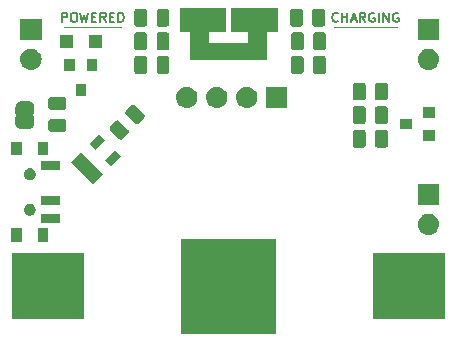
<source format=gts>
G04 #@! TF.GenerationSoftware,KiCad,Pcbnew,5.0.2-bee76a0~70~ubuntu18.04.1*
G04 #@! TF.CreationDate,2019-03-01T14:14:17+01:00*
G04 #@! TF.ProjectId,SINE_STIMULUS_charger,53494e45-5f53-4544-994d-554c55535f63,rev?*
G04 #@! TF.SameCoordinates,Original*
G04 #@! TF.FileFunction,Soldermask,Top*
G04 #@! TF.FilePolarity,Negative*
%FSLAX46Y46*%
G04 Gerber Fmt 4.6, Leading zero omitted, Abs format (unit mm)*
G04 Created by KiCad (PCBNEW 5.0.2-bee76a0~70~ubuntu18.04.1) date ven. 01 mars 2019 14:14:17 CET*
%MOMM*%
%LPD*%
G01*
G04 APERTURE LIST*
%ADD10C,0.180000*%
%ADD11C,0.080000*%
%ADD12C,0.100000*%
G04 APERTURE END LIST*
D10*
X114264619Y-61535714D02*
X114226523Y-61573809D01*
X114112238Y-61611904D01*
X114036047Y-61611904D01*
X113921761Y-61573809D01*
X113845571Y-61497619D01*
X113807476Y-61421428D01*
X113769380Y-61269047D01*
X113769380Y-61154761D01*
X113807476Y-61002380D01*
X113845571Y-60926190D01*
X113921761Y-60850000D01*
X114036047Y-60811904D01*
X114112238Y-60811904D01*
X114226523Y-60850000D01*
X114264619Y-60888095D01*
X114607476Y-61611904D02*
X114607476Y-60811904D01*
X114607476Y-61192857D02*
X115064619Y-61192857D01*
X115064619Y-61611904D02*
X115064619Y-60811904D01*
X115407476Y-61383333D02*
X115788428Y-61383333D01*
X115331285Y-61611904D02*
X115597952Y-60811904D01*
X115864619Y-61611904D01*
X116588428Y-61611904D02*
X116321761Y-61230952D01*
X116131285Y-61611904D02*
X116131285Y-60811904D01*
X116436047Y-60811904D01*
X116512238Y-60850000D01*
X116550333Y-60888095D01*
X116588428Y-60964285D01*
X116588428Y-61078571D01*
X116550333Y-61154761D01*
X116512238Y-61192857D01*
X116436047Y-61230952D01*
X116131285Y-61230952D01*
X117350333Y-60850000D02*
X117274142Y-60811904D01*
X117159857Y-60811904D01*
X117045571Y-60850000D01*
X116969380Y-60926190D01*
X116931285Y-61002380D01*
X116893190Y-61154761D01*
X116893190Y-61269047D01*
X116931285Y-61421428D01*
X116969380Y-61497619D01*
X117045571Y-61573809D01*
X117159857Y-61611904D01*
X117236047Y-61611904D01*
X117350333Y-61573809D01*
X117388428Y-61535714D01*
X117388428Y-61269047D01*
X117236047Y-61269047D01*
X117731285Y-61611904D02*
X117731285Y-60811904D01*
X118112238Y-61611904D02*
X118112238Y-60811904D01*
X118569380Y-61611904D01*
X118569380Y-60811904D01*
X119369380Y-60850000D02*
X119293190Y-60811904D01*
X119178904Y-60811904D01*
X119064619Y-60850000D01*
X118988428Y-60926190D01*
X118950333Y-61002380D01*
X118912238Y-61154761D01*
X118912238Y-61269047D01*
X118950333Y-61421428D01*
X118988428Y-61497619D01*
X119064619Y-61573809D01*
X119178904Y-61611904D01*
X119255095Y-61611904D01*
X119369380Y-61573809D01*
X119407476Y-61535714D01*
X119407476Y-61269047D01*
X119255095Y-61269047D01*
D11*
X113900000Y-62000000D02*
X119300000Y-62000000D01*
D10*
X90873476Y-61611904D02*
X90873476Y-60811904D01*
X91178238Y-60811904D01*
X91254428Y-60850000D01*
X91292523Y-60888095D01*
X91330619Y-60964285D01*
X91330619Y-61078571D01*
X91292523Y-61154761D01*
X91254428Y-61192857D01*
X91178238Y-61230952D01*
X90873476Y-61230952D01*
X91825857Y-60811904D02*
X91978238Y-60811904D01*
X92054428Y-60850000D01*
X92130619Y-60926190D01*
X92168714Y-61078571D01*
X92168714Y-61345238D01*
X92130619Y-61497619D01*
X92054428Y-61573809D01*
X91978238Y-61611904D01*
X91825857Y-61611904D01*
X91749666Y-61573809D01*
X91673476Y-61497619D01*
X91635380Y-61345238D01*
X91635380Y-61078571D01*
X91673476Y-60926190D01*
X91749666Y-60850000D01*
X91825857Y-60811904D01*
X92435380Y-60811904D02*
X92625857Y-61611904D01*
X92778238Y-61040476D01*
X92930619Y-61611904D01*
X93121095Y-60811904D01*
X93425857Y-61192857D02*
X93692523Y-61192857D01*
X93806809Y-61611904D02*
X93425857Y-61611904D01*
X93425857Y-60811904D01*
X93806809Y-60811904D01*
X94606809Y-61611904D02*
X94340142Y-61230952D01*
X94149666Y-61611904D02*
X94149666Y-60811904D01*
X94454428Y-60811904D01*
X94530619Y-60850000D01*
X94568714Y-60888095D01*
X94606809Y-60964285D01*
X94606809Y-61078571D01*
X94568714Y-61154761D01*
X94530619Y-61192857D01*
X94454428Y-61230952D01*
X94149666Y-61230952D01*
X94949666Y-61192857D02*
X95216333Y-61192857D01*
X95330619Y-61611904D02*
X94949666Y-61611904D01*
X94949666Y-60811904D01*
X95330619Y-60811904D01*
X95673476Y-61611904D02*
X95673476Y-60811904D01*
X95863952Y-60811904D01*
X95978238Y-60850000D01*
X96054428Y-60926190D01*
X96092523Y-61002380D01*
X96130619Y-61154761D01*
X96130619Y-61269047D01*
X96092523Y-61421428D01*
X96054428Y-61497619D01*
X95978238Y-61573809D01*
X95863952Y-61611904D01*
X95673476Y-61611904D01*
D11*
X95900000Y-62000000D02*
X91050000Y-62000000D01*
D12*
G36*
X109051000Y-88051000D02*
X100949000Y-88051000D01*
X100949000Y-79949000D01*
X109051000Y-79949000D01*
X109051000Y-88051000D01*
X109051000Y-88051000D01*
G37*
G36*
X123351000Y-86801000D02*
X117249000Y-86801000D01*
X117249000Y-81199000D01*
X123351000Y-81199000D01*
X123351000Y-86801000D01*
X123351000Y-86801000D01*
G37*
G36*
X92751000Y-86801000D02*
X86649000Y-86801000D01*
X86649000Y-81199000D01*
X92751000Y-81199000D01*
X92751000Y-86801000D01*
X92751000Y-86801000D01*
G37*
G36*
X89731000Y-80201000D02*
X88829000Y-80201000D01*
X88829000Y-79099000D01*
X89731000Y-79099000D01*
X89731000Y-80201000D01*
X89731000Y-80201000D01*
G37*
G36*
X87521000Y-80201000D02*
X86619000Y-80201000D01*
X86619000Y-79099000D01*
X87521000Y-79099000D01*
X87521000Y-80201000D01*
X87521000Y-80201000D01*
G37*
G36*
X122030443Y-77845519D02*
X122096627Y-77852037D01*
X122209853Y-77886384D01*
X122266467Y-77903557D01*
X122405087Y-77977652D01*
X122422991Y-77987222D01*
X122439779Y-78001000D01*
X122560186Y-78099814D01*
X122643448Y-78201271D01*
X122672778Y-78237009D01*
X122672779Y-78237011D01*
X122756443Y-78393533D01*
X122756443Y-78393534D01*
X122807963Y-78563373D01*
X122825359Y-78740000D01*
X122807963Y-78916627D01*
X122773616Y-79029853D01*
X122756443Y-79086467D01*
X122682348Y-79225087D01*
X122672778Y-79242991D01*
X122643448Y-79278729D01*
X122560186Y-79380186D01*
X122458729Y-79463448D01*
X122422991Y-79492778D01*
X122422989Y-79492779D01*
X122266467Y-79576443D01*
X122209853Y-79593616D01*
X122096627Y-79627963D01*
X122030442Y-79634482D01*
X121964260Y-79641000D01*
X121875740Y-79641000D01*
X121809558Y-79634482D01*
X121743373Y-79627963D01*
X121630147Y-79593616D01*
X121573533Y-79576443D01*
X121417011Y-79492779D01*
X121417009Y-79492778D01*
X121381271Y-79463448D01*
X121279814Y-79380186D01*
X121196552Y-79278729D01*
X121167222Y-79242991D01*
X121157652Y-79225087D01*
X121083557Y-79086467D01*
X121066384Y-79029853D01*
X121032037Y-78916627D01*
X121014641Y-78740000D01*
X121032037Y-78563373D01*
X121083557Y-78393534D01*
X121083557Y-78393533D01*
X121167221Y-78237011D01*
X121167222Y-78237009D01*
X121196552Y-78201271D01*
X121279814Y-78099814D01*
X121400221Y-78001000D01*
X121417009Y-77987222D01*
X121434913Y-77977652D01*
X121573533Y-77903557D01*
X121630147Y-77886384D01*
X121743373Y-77852037D01*
X121809557Y-77845519D01*
X121875740Y-77839000D01*
X121964260Y-77839000D01*
X122030443Y-77845519D01*
X122030443Y-77845519D01*
G37*
G36*
X90731000Y-78651000D02*
X89129000Y-78651000D01*
X89129000Y-77849000D01*
X90731000Y-77849000D01*
X90731000Y-78651000D01*
X90731000Y-78651000D01*
G37*
G36*
X88316136Y-77018253D02*
X88407312Y-77056019D01*
X88489372Y-77110850D01*
X88559150Y-77180628D01*
X88613981Y-77262688D01*
X88651747Y-77353864D01*
X88671000Y-77450656D01*
X88671000Y-77549344D01*
X88651747Y-77646136D01*
X88613981Y-77737312D01*
X88559150Y-77819372D01*
X88489372Y-77889150D01*
X88407312Y-77943981D01*
X88316136Y-77981747D01*
X88219344Y-78001000D01*
X88120656Y-78001000D01*
X88023864Y-77981747D01*
X87932688Y-77943981D01*
X87850628Y-77889150D01*
X87780850Y-77819372D01*
X87726019Y-77737312D01*
X87688253Y-77646136D01*
X87669000Y-77549344D01*
X87669000Y-77450656D01*
X87688253Y-77353864D01*
X87726019Y-77262688D01*
X87780850Y-77180628D01*
X87850628Y-77110850D01*
X87932688Y-77056019D01*
X88023864Y-77018253D01*
X88120656Y-76999000D01*
X88219344Y-76999000D01*
X88316136Y-77018253D01*
X88316136Y-77018253D01*
G37*
G36*
X90731000Y-77151000D02*
X89129000Y-77151000D01*
X89129000Y-76349000D01*
X90731000Y-76349000D01*
X90731000Y-77151000D01*
X90731000Y-77151000D01*
G37*
G36*
X122821000Y-77101000D02*
X121019000Y-77101000D01*
X121019000Y-75299000D01*
X122821000Y-75299000D01*
X122821000Y-77101000D01*
X122821000Y-77101000D01*
G37*
G36*
X93056569Y-73234911D02*
X93056575Y-73234916D01*
X93765085Y-73943426D01*
X93765090Y-73943432D01*
X94348453Y-74526795D01*
X93526794Y-75348454D01*
X92906667Y-74728327D01*
X92906662Y-74728321D01*
X92271680Y-74093339D01*
X92271674Y-74093334D01*
X91651546Y-73473206D01*
X92473205Y-72651547D01*
X93056569Y-73234911D01*
X93056569Y-73234911D01*
G37*
G36*
X88316136Y-74018253D02*
X88407312Y-74056019D01*
X88489372Y-74110850D01*
X88559150Y-74180628D01*
X88613981Y-74262688D01*
X88651747Y-74353864D01*
X88671000Y-74450656D01*
X88671000Y-74549344D01*
X88651747Y-74646136D01*
X88613981Y-74737312D01*
X88559150Y-74819372D01*
X88489372Y-74889150D01*
X88407312Y-74943981D01*
X88316136Y-74981747D01*
X88219344Y-75001000D01*
X88120656Y-75001000D01*
X88023864Y-74981747D01*
X87932688Y-74943981D01*
X87850628Y-74889150D01*
X87780850Y-74819372D01*
X87726019Y-74737312D01*
X87688253Y-74646136D01*
X87669000Y-74549344D01*
X87669000Y-74450656D01*
X87688253Y-74353864D01*
X87726019Y-74262688D01*
X87780850Y-74180628D01*
X87850628Y-74110850D01*
X87932688Y-74056019D01*
X88023864Y-74018253D01*
X88120656Y-73999000D01*
X88219344Y-73999000D01*
X88316136Y-74018253D01*
X88316136Y-74018253D01*
G37*
G36*
X90731000Y-74151000D02*
X89129000Y-74151000D01*
X89129000Y-73349000D01*
X90731000Y-73349000D01*
X90731000Y-74151000D01*
X90731000Y-74151000D01*
G37*
G36*
X95904088Y-72971160D02*
X95082429Y-73792819D01*
X94550684Y-73261074D01*
X95372343Y-72439415D01*
X95904088Y-72971160D01*
X95904088Y-72971160D01*
G37*
G36*
X89731000Y-72901000D02*
X88829000Y-72901000D01*
X88829000Y-71799000D01*
X89731000Y-71799000D01*
X89731000Y-72901000D01*
X89731000Y-72901000D01*
G37*
G36*
X87521000Y-72901000D02*
X86619000Y-72901000D01*
X86619000Y-71799000D01*
X87521000Y-71799000D01*
X87521000Y-72901000D01*
X87521000Y-72901000D01*
G37*
G36*
X94560585Y-71627657D02*
X93738926Y-72449316D01*
X93207181Y-71917571D01*
X94028840Y-71095912D01*
X94560585Y-71627657D01*
X94560585Y-71627657D01*
G37*
G36*
X116434466Y-70753565D02*
X116473137Y-70765296D01*
X116508779Y-70784348D01*
X116540017Y-70809983D01*
X116565652Y-70841221D01*
X116584704Y-70876863D01*
X116596435Y-70915534D01*
X116601000Y-70961888D01*
X116601000Y-72038112D01*
X116596435Y-72084466D01*
X116584704Y-72123137D01*
X116565652Y-72158779D01*
X116540017Y-72190017D01*
X116508779Y-72215652D01*
X116473137Y-72234704D01*
X116434466Y-72246435D01*
X116388112Y-72251000D01*
X115736888Y-72251000D01*
X115690534Y-72246435D01*
X115651863Y-72234704D01*
X115616221Y-72215652D01*
X115584983Y-72190017D01*
X115559348Y-72158779D01*
X115540296Y-72123137D01*
X115528565Y-72084466D01*
X115524000Y-72038112D01*
X115524000Y-70961888D01*
X115528565Y-70915534D01*
X115540296Y-70876863D01*
X115559348Y-70841221D01*
X115584983Y-70809983D01*
X115616221Y-70784348D01*
X115651863Y-70765296D01*
X115690534Y-70753565D01*
X115736888Y-70749000D01*
X116388112Y-70749000D01*
X116434466Y-70753565D01*
X116434466Y-70753565D01*
G37*
G36*
X118309466Y-70753565D02*
X118348137Y-70765296D01*
X118383779Y-70784348D01*
X118415017Y-70809983D01*
X118440652Y-70841221D01*
X118459704Y-70876863D01*
X118471435Y-70915534D01*
X118476000Y-70961888D01*
X118476000Y-72038112D01*
X118471435Y-72084466D01*
X118459704Y-72123137D01*
X118440652Y-72158779D01*
X118415017Y-72190017D01*
X118383779Y-72215652D01*
X118348137Y-72234704D01*
X118309466Y-72246435D01*
X118263112Y-72251000D01*
X117611888Y-72251000D01*
X117565534Y-72246435D01*
X117526863Y-72234704D01*
X117491221Y-72215652D01*
X117459983Y-72190017D01*
X117434348Y-72158779D01*
X117415296Y-72123137D01*
X117403565Y-72084466D01*
X117399000Y-72038112D01*
X117399000Y-70961888D01*
X117403565Y-70915534D01*
X117415296Y-70876863D01*
X117434348Y-70841221D01*
X117459983Y-70809983D01*
X117491221Y-70784348D01*
X117526863Y-70765296D01*
X117565534Y-70753565D01*
X117611888Y-70749000D01*
X118263112Y-70749000D01*
X118309466Y-70753565D01*
X118309466Y-70753565D01*
G37*
G36*
X122501000Y-71651000D02*
X121499000Y-71651000D01*
X121499000Y-70749000D01*
X122501000Y-70749000D01*
X122501000Y-71651000D01*
X122501000Y-71651000D01*
G37*
G36*
X95639956Y-69928389D02*
X95678627Y-69940120D01*
X95714269Y-69959172D01*
X95750280Y-69988724D01*
X96511276Y-70749720D01*
X96540828Y-70785731D01*
X96559880Y-70821373D01*
X96571611Y-70860044D01*
X96575571Y-70900260D01*
X96571611Y-70940476D01*
X96559880Y-70979147D01*
X96540828Y-71014789D01*
X96511276Y-71050800D01*
X96050800Y-71511276D01*
X96014789Y-71540828D01*
X95979147Y-71559880D01*
X95940476Y-71571611D01*
X95900260Y-71575571D01*
X95860044Y-71571611D01*
X95821373Y-71559880D01*
X95785731Y-71540828D01*
X95749720Y-71511276D01*
X94988724Y-70750280D01*
X94959172Y-70714269D01*
X94940120Y-70678627D01*
X94928389Y-70639956D01*
X94924429Y-70599740D01*
X94928389Y-70559524D01*
X94940120Y-70520853D01*
X94959172Y-70485211D01*
X94988724Y-70449200D01*
X95449200Y-69988724D01*
X95485211Y-69959172D01*
X95520853Y-69940120D01*
X95559524Y-69928389D01*
X95599740Y-69924429D01*
X95639956Y-69928389D01*
X95639956Y-69928389D01*
G37*
G36*
X91084466Y-69841066D02*
X91123137Y-69852797D01*
X91158779Y-69871849D01*
X91190017Y-69897484D01*
X91215652Y-69928722D01*
X91234704Y-69964364D01*
X91246435Y-70003035D01*
X91251000Y-70049389D01*
X91251000Y-70700613D01*
X91246435Y-70746967D01*
X91234704Y-70785638D01*
X91215652Y-70821280D01*
X91190017Y-70852518D01*
X91158779Y-70878153D01*
X91123137Y-70897205D01*
X91084466Y-70908936D01*
X91038112Y-70913501D01*
X89961888Y-70913501D01*
X89915534Y-70908936D01*
X89876863Y-70897205D01*
X89841221Y-70878153D01*
X89809983Y-70852518D01*
X89784348Y-70821280D01*
X89765296Y-70785638D01*
X89753565Y-70746967D01*
X89749000Y-70700613D01*
X89749000Y-70049389D01*
X89753565Y-70003035D01*
X89765296Y-69964364D01*
X89784348Y-69928722D01*
X89809983Y-69897484D01*
X89841221Y-69871849D01*
X89876863Y-69852797D01*
X89915534Y-69841066D01*
X89961888Y-69836501D01*
X91038112Y-69836501D01*
X91084466Y-69841066D01*
X91084466Y-69841066D01*
G37*
G36*
X88012198Y-68299954D02*
X88024450Y-68300556D01*
X88042869Y-68300556D01*
X88065149Y-68302750D01*
X88149236Y-68319476D01*
X88170655Y-68325974D01*
X88249871Y-68358785D01*
X88269607Y-68369335D01*
X88340897Y-68416969D01*
X88358208Y-68431176D01*
X88418824Y-68491792D01*
X88433031Y-68509103D01*
X88480665Y-68580393D01*
X88491215Y-68600129D01*
X88524026Y-68679345D01*
X88530524Y-68700764D01*
X88547250Y-68784851D01*
X88549444Y-68807131D01*
X88549444Y-68825550D01*
X88550046Y-68837802D01*
X88551852Y-68856140D01*
X88551852Y-69343860D01*
X88550263Y-69359999D01*
X88547347Y-69369611D01*
X88542612Y-69378469D01*
X88536237Y-69386237D01*
X88523798Y-69396446D01*
X88513432Y-69403372D01*
X88496105Y-69420698D01*
X88482490Y-69441073D01*
X88473112Y-69463711D01*
X88468331Y-69487745D01*
X88468331Y-69512249D01*
X88473111Y-69536283D01*
X88482487Y-69558922D01*
X88496101Y-69579297D01*
X88513427Y-69596624D01*
X88523796Y-69603552D01*
X88536237Y-69613763D01*
X88542612Y-69621531D01*
X88547347Y-69630389D01*
X88550263Y-69640001D01*
X88551852Y-69656140D01*
X88551852Y-70143861D01*
X88550046Y-70162198D01*
X88549444Y-70174450D01*
X88549444Y-70192869D01*
X88547250Y-70215149D01*
X88530524Y-70299236D01*
X88524026Y-70320655D01*
X88491215Y-70399871D01*
X88480665Y-70419607D01*
X88433031Y-70490897D01*
X88418824Y-70508208D01*
X88358208Y-70568824D01*
X88340897Y-70583031D01*
X88269607Y-70630665D01*
X88249871Y-70641215D01*
X88170655Y-70674026D01*
X88149236Y-70680524D01*
X88065149Y-70697250D01*
X88042869Y-70699444D01*
X88024450Y-70699444D01*
X88012198Y-70700046D01*
X87993861Y-70701852D01*
X87506139Y-70701852D01*
X87487802Y-70700046D01*
X87475550Y-70699444D01*
X87457131Y-70699444D01*
X87434851Y-70697250D01*
X87350764Y-70680524D01*
X87329345Y-70674026D01*
X87250129Y-70641215D01*
X87230393Y-70630665D01*
X87159103Y-70583031D01*
X87141792Y-70568824D01*
X87081176Y-70508208D01*
X87066969Y-70490897D01*
X87019335Y-70419607D01*
X87008785Y-70399871D01*
X86975974Y-70320655D01*
X86969476Y-70299236D01*
X86952750Y-70215149D01*
X86950556Y-70192869D01*
X86950556Y-70174450D01*
X86949954Y-70162198D01*
X86948148Y-70143861D01*
X86948148Y-69656140D01*
X86949737Y-69640001D01*
X86952653Y-69630389D01*
X86957388Y-69621531D01*
X86963763Y-69613763D01*
X86976202Y-69603554D01*
X86986568Y-69596628D01*
X87003895Y-69579302D01*
X87017510Y-69558927D01*
X87026888Y-69536289D01*
X87031669Y-69512255D01*
X87031669Y-69487751D01*
X87026889Y-69463717D01*
X87017513Y-69441078D01*
X87003899Y-69420703D01*
X86986573Y-69403376D01*
X86976204Y-69396448D01*
X86963763Y-69386237D01*
X86957388Y-69378469D01*
X86952653Y-69369611D01*
X86949737Y-69359999D01*
X86948148Y-69343860D01*
X86948148Y-68856140D01*
X86949954Y-68837802D01*
X86950556Y-68825550D01*
X86950556Y-68807131D01*
X86952750Y-68784851D01*
X86969476Y-68700764D01*
X86975974Y-68679345D01*
X87008785Y-68600129D01*
X87019335Y-68580393D01*
X87066969Y-68509103D01*
X87081176Y-68491792D01*
X87141792Y-68431176D01*
X87159103Y-68416969D01*
X87230393Y-68369335D01*
X87250129Y-68358785D01*
X87329345Y-68325974D01*
X87350764Y-68319476D01*
X87434851Y-68302750D01*
X87457131Y-68300556D01*
X87475550Y-68300556D01*
X87487802Y-68299954D01*
X87506140Y-68298148D01*
X87993860Y-68298148D01*
X88012198Y-68299954D01*
X88012198Y-68299954D01*
G37*
G36*
X120501000Y-70701000D02*
X119499000Y-70701000D01*
X119499000Y-69799000D01*
X120501000Y-69799000D01*
X120501000Y-70701000D01*
X120501000Y-70701000D01*
G37*
G36*
X118309466Y-68753565D02*
X118348137Y-68765296D01*
X118383779Y-68784348D01*
X118415017Y-68809983D01*
X118440652Y-68841221D01*
X118459704Y-68876863D01*
X118471435Y-68915534D01*
X118476000Y-68961888D01*
X118476000Y-70038112D01*
X118471435Y-70084466D01*
X118459704Y-70123137D01*
X118440652Y-70158779D01*
X118415017Y-70190017D01*
X118383779Y-70215652D01*
X118348137Y-70234704D01*
X118309466Y-70246435D01*
X118263112Y-70251000D01*
X117611888Y-70251000D01*
X117565534Y-70246435D01*
X117526863Y-70234704D01*
X117491221Y-70215652D01*
X117459983Y-70190017D01*
X117434348Y-70158779D01*
X117415296Y-70123137D01*
X117403565Y-70084466D01*
X117399000Y-70038112D01*
X117399000Y-68961888D01*
X117403565Y-68915534D01*
X117415296Y-68876863D01*
X117434348Y-68841221D01*
X117459983Y-68809983D01*
X117491221Y-68784348D01*
X117526863Y-68765296D01*
X117565534Y-68753565D01*
X117611888Y-68749000D01*
X118263112Y-68749000D01*
X118309466Y-68753565D01*
X118309466Y-68753565D01*
G37*
G36*
X116434466Y-68753565D02*
X116473137Y-68765296D01*
X116508779Y-68784348D01*
X116540017Y-68809983D01*
X116565652Y-68841221D01*
X116584704Y-68876863D01*
X116596435Y-68915534D01*
X116601000Y-68961888D01*
X116601000Y-70038112D01*
X116596435Y-70084466D01*
X116584704Y-70123137D01*
X116565652Y-70158779D01*
X116540017Y-70190017D01*
X116508779Y-70215652D01*
X116473137Y-70234704D01*
X116434466Y-70246435D01*
X116388112Y-70251000D01*
X115736888Y-70251000D01*
X115690534Y-70246435D01*
X115651863Y-70234704D01*
X115616221Y-70215652D01*
X115584983Y-70190017D01*
X115559348Y-70158779D01*
X115540296Y-70123137D01*
X115528565Y-70084466D01*
X115524000Y-70038112D01*
X115524000Y-68961888D01*
X115528565Y-68915534D01*
X115540296Y-68876863D01*
X115559348Y-68841221D01*
X115584983Y-68809983D01*
X115616221Y-68784348D01*
X115651863Y-68765296D01*
X115690534Y-68753565D01*
X115736888Y-68749000D01*
X116388112Y-68749000D01*
X116434466Y-68753565D01*
X116434466Y-68753565D01*
G37*
G36*
X96965782Y-68602563D02*
X97004453Y-68614294D01*
X97040095Y-68633346D01*
X97076106Y-68662898D01*
X97837102Y-69423894D01*
X97866654Y-69459905D01*
X97885706Y-69495547D01*
X97897437Y-69534218D01*
X97901397Y-69574434D01*
X97897437Y-69614650D01*
X97885706Y-69653321D01*
X97866654Y-69688963D01*
X97837102Y-69724974D01*
X97376626Y-70185450D01*
X97340615Y-70215002D01*
X97304973Y-70234054D01*
X97266302Y-70245785D01*
X97226086Y-70249745D01*
X97185870Y-70245785D01*
X97147199Y-70234054D01*
X97111557Y-70215002D01*
X97075546Y-70185450D01*
X96314550Y-69424454D01*
X96284998Y-69388443D01*
X96265946Y-69352801D01*
X96254215Y-69314130D01*
X96250255Y-69273914D01*
X96254215Y-69233698D01*
X96265946Y-69195027D01*
X96284998Y-69159385D01*
X96314550Y-69123374D01*
X96775026Y-68662898D01*
X96811037Y-68633346D01*
X96846679Y-68614294D01*
X96885350Y-68602563D01*
X96925566Y-68598603D01*
X96965782Y-68602563D01*
X96965782Y-68602563D01*
G37*
G36*
X122501000Y-69751000D02*
X121499000Y-69751000D01*
X121499000Y-68849000D01*
X122501000Y-68849000D01*
X122501000Y-69751000D01*
X122501000Y-69751000D01*
G37*
G36*
X91084466Y-67966066D02*
X91123137Y-67977797D01*
X91158779Y-67996849D01*
X91190017Y-68022484D01*
X91215652Y-68053722D01*
X91234704Y-68089364D01*
X91246435Y-68128035D01*
X91251000Y-68174389D01*
X91251000Y-68825613D01*
X91246435Y-68871967D01*
X91234704Y-68910638D01*
X91215652Y-68946280D01*
X91190017Y-68977518D01*
X91158779Y-69003153D01*
X91123137Y-69022205D01*
X91084466Y-69033936D01*
X91038112Y-69038501D01*
X89961888Y-69038501D01*
X89915534Y-69033936D01*
X89876863Y-69022205D01*
X89841221Y-69003153D01*
X89809983Y-68977518D01*
X89784348Y-68946280D01*
X89765296Y-68910638D01*
X89753565Y-68871967D01*
X89749000Y-68825613D01*
X89749000Y-68174389D01*
X89753565Y-68128035D01*
X89765296Y-68089364D01*
X89784348Y-68053722D01*
X89809983Y-68022484D01*
X89841221Y-67996849D01*
X89876863Y-67977797D01*
X89915534Y-67966066D01*
X89961888Y-67961501D01*
X91038112Y-67961501D01*
X91084466Y-67966066D01*
X91084466Y-67966066D01*
G37*
G36*
X101570441Y-67105518D02*
X101636626Y-67112037D01*
X101749852Y-67146384D01*
X101806466Y-67163557D01*
X101945086Y-67237652D01*
X101962990Y-67247222D01*
X101998728Y-67276552D01*
X102100185Y-67359814D01*
X102183447Y-67461271D01*
X102212777Y-67497009D01*
X102212778Y-67497011D01*
X102296442Y-67653533D01*
X102296442Y-67653534D01*
X102347962Y-67823373D01*
X102365358Y-68000000D01*
X102347962Y-68176627D01*
X102326971Y-68245826D01*
X102296442Y-68346467D01*
X102251163Y-68431176D01*
X102212777Y-68502991D01*
X102183447Y-68538729D01*
X102100185Y-68640186D01*
X101998728Y-68723448D01*
X101962990Y-68752778D01*
X101962988Y-68752779D01*
X101806466Y-68836443D01*
X101749852Y-68853616D01*
X101636626Y-68887963D01*
X101570442Y-68894481D01*
X101504259Y-68901000D01*
X101415739Y-68901000D01*
X101349556Y-68894481D01*
X101283372Y-68887963D01*
X101170146Y-68853616D01*
X101113532Y-68836443D01*
X100957010Y-68752779D01*
X100957008Y-68752778D01*
X100921270Y-68723448D01*
X100819813Y-68640186D01*
X100736551Y-68538729D01*
X100707221Y-68502991D01*
X100668835Y-68431176D01*
X100623556Y-68346467D01*
X100593027Y-68245826D01*
X100572036Y-68176627D01*
X100554640Y-68000000D01*
X100572036Y-67823373D01*
X100623556Y-67653534D01*
X100623556Y-67653533D01*
X100707220Y-67497011D01*
X100707221Y-67497009D01*
X100736551Y-67461271D01*
X100819813Y-67359814D01*
X100921270Y-67276552D01*
X100957008Y-67247222D01*
X100974912Y-67237652D01*
X101113532Y-67163557D01*
X101170146Y-67146384D01*
X101283372Y-67112037D01*
X101349557Y-67105518D01*
X101415739Y-67099000D01*
X101504259Y-67099000D01*
X101570441Y-67105518D01*
X101570441Y-67105518D01*
G37*
G36*
X104110441Y-67105518D02*
X104176626Y-67112037D01*
X104289852Y-67146384D01*
X104346466Y-67163557D01*
X104485086Y-67237652D01*
X104502990Y-67247222D01*
X104538728Y-67276552D01*
X104640185Y-67359814D01*
X104723447Y-67461271D01*
X104752777Y-67497009D01*
X104752778Y-67497011D01*
X104836442Y-67653533D01*
X104836442Y-67653534D01*
X104887962Y-67823373D01*
X104905358Y-68000000D01*
X104887962Y-68176627D01*
X104866971Y-68245826D01*
X104836442Y-68346467D01*
X104791163Y-68431176D01*
X104752777Y-68502991D01*
X104723447Y-68538729D01*
X104640185Y-68640186D01*
X104538728Y-68723448D01*
X104502990Y-68752778D01*
X104502988Y-68752779D01*
X104346466Y-68836443D01*
X104289852Y-68853616D01*
X104176626Y-68887963D01*
X104110442Y-68894481D01*
X104044259Y-68901000D01*
X103955739Y-68901000D01*
X103889556Y-68894481D01*
X103823372Y-68887963D01*
X103710146Y-68853616D01*
X103653532Y-68836443D01*
X103497010Y-68752779D01*
X103497008Y-68752778D01*
X103461270Y-68723448D01*
X103359813Y-68640186D01*
X103276551Y-68538729D01*
X103247221Y-68502991D01*
X103208835Y-68431176D01*
X103163556Y-68346467D01*
X103133027Y-68245826D01*
X103112036Y-68176627D01*
X103094640Y-68000000D01*
X103112036Y-67823373D01*
X103163556Y-67653534D01*
X103163556Y-67653533D01*
X103247220Y-67497011D01*
X103247221Y-67497009D01*
X103276551Y-67461271D01*
X103359813Y-67359814D01*
X103461270Y-67276552D01*
X103497008Y-67247222D01*
X103514912Y-67237652D01*
X103653532Y-67163557D01*
X103710146Y-67146384D01*
X103823372Y-67112037D01*
X103889557Y-67105518D01*
X103955739Y-67099000D01*
X104044259Y-67099000D01*
X104110441Y-67105518D01*
X104110441Y-67105518D01*
G37*
G36*
X109980999Y-68901000D02*
X108178999Y-68901000D01*
X108178999Y-67099000D01*
X109980999Y-67099000D01*
X109980999Y-68901000D01*
X109980999Y-68901000D01*
G37*
G36*
X106650441Y-67105518D02*
X106716626Y-67112037D01*
X106829852Y-67146384D01*
X106886466Y-67163557D01*
X107025086Y-67237652D01*
X107042990Y-67247222D01*
X107078728Y-67276552D01*
X107180185Y-67359814D01*
X107263447Y-67461271D01*
X107292777Y-67497009D01*
X107292778Y-67497011D01*
X107376442Y-67653533D01*
X107376442Y-67653534D01*
X107427962Y-67823373D01*
X107445358Y-68000000D01*
X107427962Y-68176627D01*
X107406971Y-68245826D01*
X107376442Y-68346467D01*
X107331163Y-68431176D01*
X107292777Y-68502991D01*
X107263447Y-68538729D01*
X107180185Y-68640186D01*
X107078728Y-68723448D01*
X107042990Y-68752778D01*
X107042988Y-68752779D01*
X106886466Y-68836443D01*
X106829852Y-68853616D01*
X106716626Y-68887963D01*
X106650442Y-68894481D01*
X106584259Y-68901000D01*
X106495739Y-68901000D01*
X106429556Y-68894481D01*
X106363372Y-68887963D01*
X106250146Y-68853616D01*
X106193532Y-68836443D01*
X106037010Y-68752779D01*
X106037008Y-68752778D01*
X106001270Y-68723448D01*
X105899813Y-68640186D01*
X105816551Y-68538729D01*
X105787221Y-68502991D01*
X105748835Y-68431176D01*
X105703556Y-68346467D01*
X105673027Y-68245826D01*
X105652036Y-68176627D01*
X105634640Y-68000000D01*
X105652036Y-67823373D01*
X105703556Y-67653534D01*
X105703556Y-67653533D01*
X105787220Y-67497011D01*
X105787221Y-67497009D01*
X105816551Y-67461271D01*
X105899813Y-67359814D01*
X106001270Y-67276552D01*
X106037008Y-67247222D01*
X106054912Y-67237652D01*
X106193532Y-67163557D01*
X106250146Y-67146384D01*
X106363372Y-67112037D01*
X106429557Y-67105518D01*
X106495739Y-67099000D01*
X106584259Y-67099000D01*
X106650441Y-67105518D01*
X106650441Y-67105518D01*
G37*
G36*
X118309466Y-66753565D02*
X118348137Y-66765296D01*
X118383779Y-66784348D01*
X118415017Y-66809983D01*
X118440652Y-66841221D01*
X118459704Y-66876863D01*
X118471435Y-66915534D01*
X118476000Y-66961888D01*
X118476000Y-68038112D01*
X118471435Y-68084466D01*
X118459704Y-68123137D01*
X118440652Y-68158779D01*
X118415017Y-68190017D01*
X118383779Y-68215652D01*
X118348137Y-68234704D01*
X118309466Y-68246435D01*
X118263112Y-68251000D01*
X117611888Y-68251000D01*
X117565534Y-68246435D01*
X117526863Y-68234704D01*
X117491221Y-68215652D01*
X117459983Y-68190017D01*
X117434348Y-68158779D01*
X117415296Y-68123137D01*
X117403565Y-68084466D01*
X117399000Y-68038112D01*
X117399000Y-66961888D01*
X117403565Y-66915534D01*
X117415296Y-66876863D01*
X117434348Y-66841221D01*
X117459983Y-66809983D01*
X117491221Y-66784348D01*
X117526863Y-66765296D01*
X117565534Y-66753565D01*
X117611888Y-66749000D01*
X118263112Y-66749000D01*
X118309466Y-66753565D01*
X118309466Y-66753565D01*
G37*
G36*
X116434466Y-66753565D02*
X116473137Y-66765296D01*
X116508779Y-66784348D01*
X116540017Y-66809983D01*
X116565652Y-66841221D01*
X116584704Y-66876863D01*
X116596435Y-66915534D01*
X116601000Y-66961888D01*
X116601000Y-68038112D01*
X116596435Y-68084466D01*
X116584704Y-68123137D01*
X116565652Y-68158779D01*
X116540017Y-68190017D01*
X116508779Y-68215652D01*
X116473137Y-68234704D01*
X116434466Y-68246435D01*
X116388112Y-68251000D01*
X115736888Y-68251000D01*
X115690534Y-68246435D01*
X115651863Y-68234704D01*
X115616221Y-68215652D01*
X115584983Y-68190017D01*
X115559348Y-68158779D01*
X115540296Y-68123137D01*
X115528565Y-68084466D01*
X115524000Y-68038112D01*
X115524000Y-66961888D01*
X115528565Y-66915534D01*
X115540296Y-66876863D01*
X115559348Y-66841221D01*
X115584983Y-66809983D01*
X115616221Y-66784348D01*
X115651863Y-66765296D01*
X115690534Y-66753565D01*
X115736888Y-66749000D01*
X116388112Y-66749000D01*
X116434466Y-66753565D01*
X116434466Y-66753565D01*
G37*
G36*
X92951050Y-67850400D02*
X92048950Y-67850400D01*
X92048950Y-66849240D01*
X92951050Y-66849240D01*
X92951050Y-67850400D01*
X92951050Y-67850400D01*
G37*
G36*
X111184466Y-64503565D02*
X111223137Y-64515296D01*
X111258779Y-64534348D01*
X111290017Y-64559983D01*
X111315652Y-64591221D01*
X111334704Y-64626863D01*
X111346435Y-64665534D01*
X111351000Y-64711888D01*
X111351000Y-65788112D01*
X111346435Y-65834466D01*
X111334704Y-65873137D01*
X111315652Y-65908779D01*
X111290017Y-65940017D01*
X111258779Y-65965652D01*
X111223137Y-65984704D01*
X111184466Y-65996435D01*
X111138112Y-66001000D01*
X110486888Y-66001000D01*
X110440534Y-65996435D01*
X110401863Y-65984704D01*
X110366221Y-65965652D01*
X110334983Y-65940017D01*
X110309348Y-65908779D01*
X110290296Y-65873137D01*
X110278565Y-65834466D01*
X110274000Y-65788112D01*
X110274000Y-64711888D01*
X110278565Y-64665534D01*
X110290296Y-64626863D01*
X110309348Y-64591221D01*
X110334983Y-64559983D01*
X110366221Y-64534348D01*
X110401863Y-64515296D01*
X110440534Y-64503565D01*
X110486888Y-64499000D01*
X111138112Y-64499000D01*
X111184466Y-64503565D01*
X111184466Y-64503565D01*
G37*
G36*
X113059466Y-64503565D02*
X113098137Y-64515296D01*
X113133779Y-64534348D01*
X113165017Y-64559983D01*
X113190652Y-64591221D01*
X113209704Y-64626863D01*
X113221435Y-64665534D01*
X113226000Y-64711888D01*
X113226000Y-65788112D01*
X113221435Y-65834466D01*
X113209704Y-65873137D01*
X113190652Y-65908779D01*
X113165017Y-65940017D01*
X113133779Y-65965652D01*
X113098137Y-65984704D01*
X113059466Y-65996435D01*
X113013112Y-66001000D01*
X112361888Y-66001000D01*
X112315534Y-65996435D01*
X112276863Y-65984704D01*
X112241221Y-65965652D01*
X112209983Y-65940017D01*
X112184348Y-65908779D01*
X112165296Y-65873137D01*
X112153565Y-65834466D01*
X112149000Y-65788112D01*
X112149000Y-64711888D01*
X112153565Y-64665534D01*
X112165296Y-64626863D01*
X112184348Y-64591221D01*
X112209983Y-64559983D01*
X112241221Y-64534348D01*
X112276863Y-64515296D01*
X112315534Y-64503565D01*
X112361888Y-64499000D01*
X113013112Y-64499000D01*
X113059466Y-64503565D01*
X113059466Y-64503565D01*
G37*
G36*
X97934466Y-64503565D02*
X97973137Y-64515296D01*
X98008779Y-64534348D01*
X98040017Y-64559983D01*
X98065652Y-64591221D01*
X98084704Y-64626863D01*
X98096435Y-64665534D01*
X98101000Y-64711888D01*
X98101000Y-65788112D01*
X98096435Y-65834466D01*
X98084704Y-65873137D01*
X98065652Y-65908779D01*
X98040017Y-65940017D01*
X98008779Y-65965652D01*
X97973137Y-65984704D01*
X97934466Y-65996435D01*
X97888112Y-66001000D01*
X97236888Y-66001000D01*
X97190534Y-65996435D01*
X97151863Y-65984704D01*
X97116221Y-65965652D01*
X97084983Y-65940017D01*
X97059348Y-65908779D01*
X97040296Y-65873137D01*
X97028565Y-65834466D01*
X97024000Y-65788112D01*
X97024000Y-64711888D01*
X97028565Y-64665534D01*
X97040296Y-64626863D01*
X97059348Y-64591221D01*
X97084983Y-64559983D01*
X97116221Y-64534348D01*
X97151863Y-64515296D01*
X97190534Y-64503565D01*
X97236888Y-64499000D01*
X97888112Y-64499000D01*
X97934466Y-64503565D01*
X97934466Y-64503565D01*
G37*
G36*
X99809466Y-64503565D02*
X99848137Y-64515296D01*
X99883779Y-64534348D01*
X99915017Y-64559983D01*
X99940652Y-64591221D01*
X99959704Y-64626863D01*
X99971435Y-64665534D01*
X99976000Y-64711888D01*
X99976000Y-65788112D01*
X99971435Y-65834466D01*
X99959704Y-65873137D01*
X99940652Y-65908779D01*
X99915017Y-65940017D01*
X99883779Y-65965652D01*
X99848137Y-65984704D01*
X99809466Y-65996435D01*
X99763112Y-66001000D01*
X99111888Y-66001000D01*
X99065534Y-65996435D01*
X99026863Y-65984704D01*
X98991221Y-65965652D01*
X98959983Y-65940017D01*
X98934348Y-65908779D01*
X98915296Y-65873137D01*
X98903565Y-65834466D01*
X98899000Y-65788112D01*
X98899000Y-64711888D01*
X98903565Y-64665534D01*
X98915296Y-64626863D01*
X98934348Y-64591221D01*
X98959983Y-64559983D01*
X98991221Y-64534348D01*
X99026863Y-64515296D01*
X99065534Y-64503565D01*
X99111888Y-64499000D01*
X99763112Y-64499000D01*
X99809466Y-64503565D01*
X99809466Y-64503565D01*
G37*
G36*
X93901010Y-65749820D02*
X92998910Y-65749820D01*
X92998910Y-64748660D01*
X93901010Y-64748660D01*
X93901010Y-65749820D01*
X93901010Y-65749820D01*
G37*
G36*
X92001090Y-65749820D02*
X91098990Y-65749820D01*
X91098990Y-64748660D01*
X92001090Y-64748660D01*
X92001090Y-65749820D01*
X92001090Y-65749820D01*
G37*
G36*
X122030442Y-63875518D02*
X122096627Y-63882037D01*
X122209853Y-63916384D01*
X122266467Y-63933557D01*
X122354299Y-63980505D01*
X122422991Y-64017222D01*
X122458729Y-64046552D01*
X122560186Y-64129814D01*
X122643448Y-64231271D01*
X122672778Y-64267009D01*
X122672779Y-64267011D01*
X122756443Y-64423533D01*
X122756443Y-64423534D01*
X122807963Y-64593373D01*
X122825359Y-64770000D01*
X122807963Y-64946627D01*
X122773616Y-65059853D01*
X122756443Y-65116467D01*
X122682348Y-65255087D01*
X122672778Y-65272991D01*
X122643448Y-65308729D01*
X122560186Y-65410186D01*
X122458729Y-65493448D01*
X122422991Y-65522778D01*
X122422989Y-65522779D01*
X122266467Y-65606443D01*
X122209853Y-65623616D01*
X122096627Y-65657963D01*
X122030442Y-65664482D01*
X121964260Y-65671000D01*
X121875740Y-65671000D01*
X121809558Y-65664482D01*
X121743373Y-65657963D01*
X121630147Y-65623616D01*
X121573533Y-65606443D01*
X121417011Y-65522779D01*
X121417009Y-65522778D01*
X121381271Y-65493448D01*
X121279814Y-65410186D01*
X121196552Y-65308729D01*
X121167222Y-65272991D01*
X121157652Y-65255087D01*
X121083557Y-65116467D01*
X121066384Y-65059853D01*
X121032037Y-64946627D01*
X121014641Y-64770000D01*
X121032037Y-64593373D01*
X121083557Y-64423534D01*
X121083557Y-64423533D01*
X121167221Y-64267011D01*
X121167222Y-64267009D01*
X121196552Y-64231271D01*
X121279814Y-64129814D01*
X121381271Y-64046552D01*
X121417009Y-64017222D01*
X121485701Y-63980505D01*
X121573533Y-63933557D01*
X121630147Y-63916384D01*
X121743373Y-63882037D01*
X121809558Y-63875518D01*
X121875740Y-63869000D01*
X121964260Y-63869000D01*
X122030442Y-63875518D01*
X122030442Y-63875518D01*
G37*
G36*
X88375442Y-63875518D02*
X88441627Y-63882037D01*
X88554853Y-63916384D01*
X88611467Y-63933557D01*
X88699299Y-63980505D01*
X88767991Y-64017222D01*
X88803729Y-64046552D01*
X88905186Y-64129814D01*
X88988448Y-64231271D01*
X89017778Y-64267009D01*
X89017779Y-64267011D01*
X89101443Y-64423533D01*
X89101443Y-64423534D01*
X89152963Y-64593373D01*
X89170359Y-64770000D01*
X89152963Y-64946627D01*
X89118616Y-65059853D01*
X89101443Y-65116467D01*
X89027348Y-65255087D01*
X89017778Y-65272991D01*
X88988448Y-65308729D01*
X88905186Y-65410186D01*
X88803729Y-65493448D01*
X88767991Y-65522778D01*
X88767989Y-65522779D01*
X88611467Y-65606443D01*
X88554853Y-65623616D01*
X88441627Y-65657963D01*
X88375442Y-65664482D01*
X88309260Y-65671000D01*
X88220740Y-65671000D01*
X88154558Y-65664482D01*
X88088373Y-65657963D01*
X87975147Y-65623616D01*
X87918533Y-65606443D01*
X87762011Y-65522779D01*
X87762009Y-65522778D01*
X87726271Y-65493448D01*
X87624814Y-65410186D01*
X87541552Y-65308729D01*
X87512222Y-65272991D01*
X87502652Y-65255087D01*
X87428557Y-65116467D01*
X87411384Y-65059853D01*
X87377037Y-64946627D01*
X87359641Y-64770000D01*
X87377037Y-64593373D01*
X87428557Y-64423534D01*
X87428557Y-64423533D01*
X87512221Y-64267011D01*
X87512222Y-64267009D01*
X87541552Y-64231271D01*
X87624814Y-64129814D01*
X87726271Y-64046552D01*
X87762009Y-64017222D01*
X87830701Y-63980505D01*
X87918533Y-63933557D01*
X87975147Y-63916384D01*
X88088373Y-63882037D01*
X88154558Y-63875518D01*
X88220740Y-63869000D01*
X88309260Y-63869000D01*
X88375442Y-63875518D01*
X88375442Y-63875518D01*
G37*
G36*
X104798500Y-62451000D02*
X103451000Y-62451000D01*
X103426614Y-62453402D01*
X103403165Y-62460515D01*
X103381554Y-62472066D01*
X103362612Y-62487612D01*
X103347066Y-62506554D01*
X103335515Y-62528165D01*
X103328402Y-62551614D01*
X103326000Y-62576000D01*
X103326000Y-63244000D01*
X103328402Y-63268386D01*
X103335515Y-63291835D01*
X103347066Y-63313446D01*
X103362612Y-63332388D01*
X103381554Y-63347934D01*
X103403165Y-63359485D01*
X103426614Y-63366598D01*
X103451000Y-63369000D01*
X106549000Y-63369000D01*
X106573386Y-63366598D01*
X106596835Y-63359485D01*
X106618446Y-63347934D01*
X106637388Y-63332388D01*
X106652934Y-63313446D01*
X106664485Y-63291835D01*
X106671598Y-63268386D01*
X106674000Y-63244000D01*
X106674000Y-62576000D01*
X106671598Y-62551614D01*
X106664485Y-62528165D01*
X106652934Y-62506554D01*
X106637388Y-62487612D01*
X106618446Y-62472066D01*
X106596835Y-62460515D01*
X106573386Y-62453402D01*
X106549000Y-62451000D01*
X105201500Y-62451000D01*
X105201500Y-60449000D01*
X109148500Y-60449000D01*
X109148500Y-62451000D01*
X108376000Y-62451000D01*
X108351614Y-62453402D01*
X108328165Y-62460515D01*
X108306554Y-62472066D01*
X108287612Y-62487612D01*
X108272066Y-62506554D01*
X108260515Y-62528165D01*
X108253402Y-62551614D01*
X108251000Y-62576000D01*
X108251000Y-64851000D01*
X101749000Y-64851000D01*
X101749000Y-62576000D01*
X101746598Y-62551614D01*
X101739485Y-62528165D01*
X101727934Y-62506554D01*
X101712388Y-62487612D01*
X101693446Y-62472066D01*
X101671835Y-62460515D01*
X101648386Y-62453402D01*
X101624000Y-62451000D01*
X100851500Y-62451000D01*
X100851500Y-60449000D01*
X104798500Y-60449000D01*
X104798500Y-62451000D01*
X104798500Y-62451000D01*
G37*
G36*
X99809466Y-62503565D02*
X99848137Y-62515296D01*
X99883779Y-62534348D01*
X99915017Y-62559983D01*
X99940652Y-62591221D01*
X99959704Y-62626863D01*
X99971435Y-62665534D01*
X99976000Y-62711888D01*
X99976000Y-63788112D01*
X99971435Y-63834466D01*
X99959704Y-63873137D01*
X99940652Y-63908779D01*
X99915017Y-63940017D01*
X99883779Y-63965652D01*
X99848137Y-63984704D01*
X99809466Y-63996435D01*
X99763112Y-64001000D01*
X99111888Y-64001000D01*
X99065534Y-63996435D01*
X99026863Y-63984704D01*
X98991221Y-63965652D01*
X98959983Y-63940017D01*
X98934348Y-63908779D01*
X98915296Y-63873137D01*
X98903565Y-63834466D01*
X98899000Y-63788112D01*
X98899000Y-62711888D01*
X98903565Y-62665534D01*
X98915296Y-62626863D01*
X98934348Y-62591221D01*
X98959983Y-62559983D01*
X98991221Y-62534348D01*
X99026863Y-62515296D01*
X99065534Y-62503565D01*
X99111888Y-62499000D01*
X99763112Y-62499000D01*
X99809466Y-62503565D01*
X99809466Y-62503565D01*
G37*
G36*
X97934466Y-62503565D02*
X97973137Y-62515296D01*
X98008779Y-62534348D01*
X98040017Y-62559983D01*
X98065652Y-62591221D01*
X98084704Y-62626863D01*
X98096435Y-62665534D01*
X98101000Y-62711888D01*
X98101000Y-63788112D01*
X98096435Y-63834466D01*
X98084704Y-63873137D01*
X98065652Y-63908779D01*
X98040017Y-63940017D01*
X98008779Y-63965652D01*
X97973137Y-63984704D01*
X97934466Y-63996435D01*
X97888112Y-64001000D01*
X97236888Y-64001000D01*
X97190534Y-63996435D01*
X97151863Y-63984704D01*
X97116221Y-63965652D01*
X97084983Y-63940017D01*
X97059348Y-63908779D01*
X97040296Y-63873137D01*
X97028565Y-63834466D01*
X97024000Y-63788112D01*
X97024000Y-62711888D01*
X97028565Y-62665534D01*
X97040296Y-62626863D01*
X97059348Y-62591221D01*
X97084983Y-62559983D01*
X97116221Y-62534348D01*
X97151863Y-62515296D01*
X97190534Y-62503565D01*
X97236888Y-62499000D01*
X97888112Y-62499000D01*
X97934466Y-62503565D01*
X97934466Y-62503565D01*
G37*
G36*
X113059466Y-62503565D02*
X113098137Y-62515296D01*
X113133779Y-62534348D01*
X113165017Y-62559983D01*
X113190652Y-62591221D01*
X113209704Y-62626863D01*
X113221435Y-62665534D01*
X113226000Y-62711888D01*
X113226000Y-63788112D01*
X113221435Y-63834466D01*
X113209704Y-63873137D01*
X113190652Y-63908779D01*
X113165017Y-63940017D01*
X113133779Y-63965652D01*
X113098137Y-63984704D01*
X113059466Y-63996435D01*
X113013112Y-64001000D01*
X112361888Y-64001000D01*
X112315534Y-63996435D01*
X112276863Y-63984704D01*
X112241221Y-63965652D01*
X112209983Y-63940017D01*
X112184348Y-63908779D01*
X112165296Y-63873137D01*
X112153565Y-63834466D01*
X112149000Y-63788112D01*
X112149000Y-62711888D01*
X112153565Y-62665534D01*
X112165296Y-62626863D01*
X112184348Y-62591221D01*
X112209983Y-62559983D01*
X112241221Y-62534348D01*
X112276863Y-62515296D01*
X112315534Y-62503565D01*
X112361888Y-62499000D01*
X113013112Y-62499000D01*
X113059466Y-62503565D01*
X113059466Y-62503565D01*
G37*
G36*
X111184466Y-62503565D02*
X111223137Y-62515296D01*
X111258779Y-62534348D01*
X111290017Y-62559983D01*
X111315652Y-62591221D01*
X111334704Y-62626863D01*
X111346435Y-62665534D01*
X111351000Y-62711888D01*
X111351000Y-63788112D01*
X111346435Y-63834466D01*
X111334704Y-63873137D01*
X111315652Y-63908779D01*
X111290017Y-63940017D01*
X111258779Y-63965652D01*
X111223137Y-63984704D01*
X111184466Y-63996435D01*
X111138112Y-64001000D01*
X110486888Y-64001000D01*
X110440534Y-63996435D01*
X110401863Y-63984704D01*
X110366221Y-63965652D01*
X110334983Y-63940017D01*
X110309348Y-63908779D01*
X110290296Y-63873137D01*
X110278565Y-63834466D01*
X110274000Y-63788112D01*
X110274000Y-62711888D01*
X110278565Y-62665534D01*
X110290296Y-62626863D01*
X110309348Y-62591221D01*
X110334983Y-62559983D01*
X110366221Y-62534348D01*
X110401863Y-62515296D01*
X110440534Y-62503565D01*
X110486888Y-62499000D01*
X111138112Y-62499000D01*
X111184466Y-62503565D01*
X111184466Y-62503565D01*
G37*
G36*
X94301000Y-63801000D02*
X93199000Y-63801000D01*
X93199000Y-62699000D01*
X94301000Y-62699000D01*
X94301000Y-63801000D01*
X94301000Y-63801000D01*
G37*
G36*
X91801000Y-63801000D02*
X90699000Y-63801000D01*
X90699000Y-62699000D01*
X91801000Y-62699000D01*
X91801000Y-63801000D01*
X91801000Y-63801000D01*
G37*
G36*
X89166000Y-63131000D02*
X87364000Y-63131000D01*
X87364000Y-61329000D01*
X89166000Y-61329000D01*
X89166000Y-63131000D01*
X89166000Y-63131000D01*
G37*
G36*
X122821000Y-63131000D02*
X121019000Y-63131000D01*
X121019000Y-61329000D01*
X122821000Y-61329000D01*
X122821000Y-63131000D01*
X122821000Y-63131000D01*
G37*
G36*
X111121967Y-60503565D02*
X111160638Y-60515296D01*
X111196280Y-60534348D01*
X111227518Y-60559983D01*
X111253153Y-60591221D01*
X111272205Y-60626863D01*
X111283936Y-60665534D01*
X111288501Y-60711888D01*
X111288501Y-61788112D01*
X111283936Y-61834466D01*
X111272205Y-61873137D01*
X111253153Y-61908779D01*
X111227518Y-61940017D01*
X111196280Y-61965652D01*
X111160638Y-61984704D01*
X111121967Y-61996435D01*
X111075613Y-62001000D01*
X110424389Y-62001000D01*
X110378035Y-61996435D01*
X110339364Y-61984704D01*
X110303722Y-61965652D01*
X110272484Y-61940017D01*
X110246849Y-61908779D01*
X110227797Y-61873137D01*
X110216066Y-61834466D01*
X110211501Y-61788112D01*
X110211501Y-60711888D01*
X110216066Y-60665534D01*
X110227797Y-60626863D01*
X110246849Y-60591221D01*
X110272484Y-60559983D01*
X110303722Y-60534348D01*
X110339364Y-60515296D01*
X110378035Y-60503565D01*
X110424389Y-60499000D01*
X111075613Y-60499000D01*
X111121967Y-60503565D01*
X111121967Y-60503565D01*
G37*
G36*
X112996967Y-60503565D02*
X113035638Y-60515296D01*
X113071280Y-60534348D01*
X113102518Y-60559983D01*
X113128153Y-60591221D01*
X113147205Y-60626863D01*
X113158936Y-60665534D01*
X113163501Y-60711888D01*
X113163501Y-61788112D01*
X113158936Y-61834466D01*
X113147205Y-61873137D01*
X113128153Y-61908779D01*
X113102518Y-61940017D01*
X113071280Y-61965652D01*
X113035638Y-61984704D01*
X112996967Y-61996435D01*
X112950613Y-62001000D01*
X112299389Y-62001000D01*
X112253035Y-61996435D01*
X112214364Y-61984704D01*
X112178722Y-61965652D01*
X112147484Y-61940017D01*
X112121849Y-61908779D01*
X112102797Y-61873137D01*
X112091066Y-61834466D01*
X112086501Y-61788112D01*
X112086501Y-60711888D01*
X112091066Y-60665534D01*
X112102797Y-60626863D01*
X112121849Y-60591221D01*
X112147484Y-60559983D01*
X112178722Y-60534348D01*
X112214364Y-60515296D01*
X112253035Y-60503565D01*
X112299389Y-60499000D01*
X112950613Y-60499000D01*
X112996967Y-60503565D01*
X112996967Y-60503565D01*
G37*
G36*
X97934466Y-60503565D02*
X97973137Y-60515296D01*
X98008779Y-60534348D01*
X98040017Y-60559983D01*
X98065652Y-60591221D01*
X98084704Y-60626863D01*
X98096435Y-60665534D01*
X98101000Y-60711888D01*
X98101000Y-61788112D01*
X98096435Y-61834466D01*
X98084704Y-61873137D01*
X98065652Y-61908779D01*
X98040017Y-61940017D01*
X98008779Y-61965652D01*
X97973137Y-61984704D01*
X97934466Y-61996435D01*
X97888112Y-62001000D01*
X97236888Y-62001000D01*
X97190534Y-61996435D01*
X97151863Y-61984704D01*
X97116221Y-61965652D01*
X97084983Y-61940017D01*
X97059348Y-61908779D01*
X97040296Y-61873137D01*
X97028565Y-61834466D01*
X97024000Y-61788112D01*
X97024000Y-60711888D01*
X97028565Y-60665534D01*
X97040296Y-60626863D01*
X97059348Y-60591221D01*
X97084983Y-60559983D01*
X97116221Y-60534348D01*
X97151863Y-60515296D01*
X97190534Y-60503565D01*
X97236888Y-60499000D01*
X97888112Y-60499000D01*
X97934466Y-60503565D01*
X97934466Y-60503565D01*
G37*
G36*
X99809466Y-60503565D02*
X99848137Y-60515296D01*
X99883779Y-60534348D01*
X99915017Y-60559983D01*
X99940652Y-60591221D01*
X99959704Y-60626863D01*
X99971435Y-60665534D01*
X99976000Y-60711888D01*
X99976000Y-61788112D01*
X99971435Y-61834466D01*
X99959704Y-61873137D01*
X99940652Y-61908779D01*
X99915017Y-61940017D01*
X99883779Y-61965652D01*
X99848137Y-61984704D01*
X99809466Y-61996435D01*
X99763112Y-62001000D01*
X99111888Y-62001000D01*
X99065534Y-61996435D01*
X99026863Y-61984704D01*
X98991221Y-61965652D01*
X98959983Y-61940017D01*
X98934348Y-61908779D01*
X98915296Y-61873137D01*
X98903565Y-61834466D01*
X98899000Y-61788112D01*
X98899000Y-60711888D01*
X98903565Y-60665534D01*
X98915296Y-60626863D01*
X98934348Y-60591221D01*
X98959983Y-60559983D01*
X98991221Y-60534348D01*
X99026863Y-60515296D01*
X99065534Y-60503565D01*
X99111888Y-60499000D01*
X99763112Y-60499000D01*
X99809466Y-60503565D01*
X99809466Y-60503565D01*
G37*
M02*

</source>
